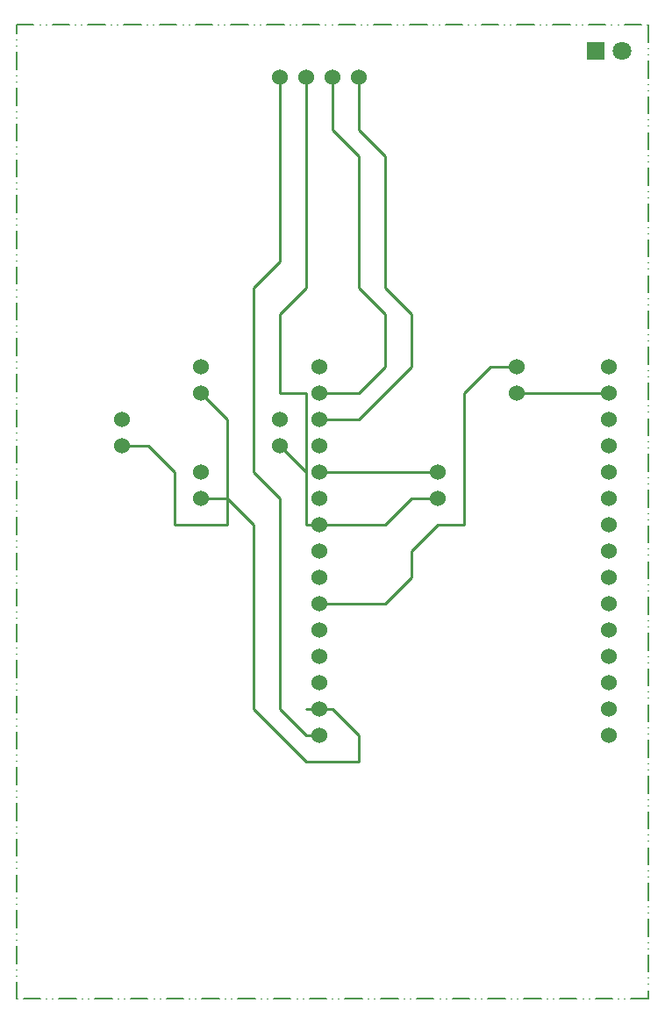
<source format=gbr>
%TF.GenerationSoftware,KiCad,Pcbnew,7.0.9+dfsg-1*%
%TF.CreationDate,2023-11-29T17:00:19+07:00*%
%TF.ProjectId,wifitools,77696669-746f-46f6-9c73-2e6b69636164,rev?*%
%TF.SameCoordinates,Original*%
%TF.FileFunction,Copper,L1,Top*%
%TF.FilePolarity,Positive*%
%FSLAX46Y46*%
G04 Gerber Fmt 4.6, Leading zero omitted, Abs format (unit mm)*
G04 Created by KiCad (PCBNEW 7.0.9+dfsg-1) date 2023-11-29 17:00:19*
%MOMM*%
%LPD*%
G01*
G04 APERTURE LIST*
%TA.AperFunction,NonConductor*%
%ADD10C,0.150000*%
%TD*%
%TA.AperFunction,ComponentPad*%
%ADD11C,1.524000*%
%TD*%
%TA.AperFunction,ComponentPad*%
%ADD12R,1.800000X1.800000*%
%TD*%
%TA.AperFunction,ComponentPad*%
%ADD13C,1.800000*%
%TD*%
%TA.AperFunction,Conductor*%
%ADD14C,0.250000*%
%TD*%
G04 APERTURE END LIST*
D10*
X111760000Y-53340000D02*
X113410000Y-53340000D01*
X114010000Y-53340000D02*
X114010000Y-53340000D01*
X114610000Y-53340000D02*
X114610000Y-53340000D01*
X115210000Y-53340000D02*
X116860000Y-53340000D01*
X117460000Y-53340000D02*
X117460000Y-53340000D01*
X118060000Y-53340000D02*
X118060000Y-53340000D01*
X118660000Y-53340000D02*
X120310000Y-53340000D01*
X120910000Y-53340000D02*
X120910000Y-53340000D01*
X121510000Y-53340000D02*
X121510000Y-53340000D01*
X122110000Y-53340000D02*
X123760000Y-53340000D01*
X124360000Y-53340000D02*
X124360000Y-53340000D01*
X124960000Y-53340000D02*
X124960000Y-53340000D01*
X125560000Y-53340000D02*
X127210000Y-53340000D01*
X127810000Y-53340000D02*
X127810000Y-53340000D01*
X128410000Y-53340000D02*
X128410000Y-53340000D01*
X129010000Y-53340000D02*
X130660000Y-53340000D01*
X131260000Y-53340000D02*
X131260000Y-53340000D01*
X131860000Y-53340000D02*
X131860000Y-53340000D01*
X132460000Y-53340000D02*
X134110000Y-53340000D01*
X134710000Y-53340000D02*
X134710000Y-53340000D01*
X135310000Y-53340000D02*
X135310000Y-53340000D01*
X135910000Y-53340000D02*
X137560000Y-53340000D01*
X138160000Y-53340000D02*
X138160000Y-53340000D01*
X138760000Y-53340000D02*
X138760000Y-53340000D01*
X139360000Y-53340000D02*
X141010000Y-53340000D01*
X141610000Y-53340000D02*
X141610000Y-53340000D01*
X142210000Y-53340000D02*
X142210000Y-53340000D01*
X142810000Y-53340000D02*
X144460000Y-53340000D01*
X145060000Y-53340000D02*
X145060000Y-53340000D01*
X145660000Y-53340000D02*
X145660000Y-53340000D01*
X146260000Y-53340000D02*
X147910000Y-53340000D01*
X148510000Y-53340000D02*
X148510000Y-53340000D01*
X149110000Y-53340000D02*
X149110000Y-53340000D01*
X149710000Y-53340000D02*
X151360000Y-53340000D01*
X151960000Y-53340000D02*
X151960000Y-53340000D01*
X152560000Y-53340000D02*
X152560000Y-53340000D01*
X153160000Y-53340000D02*
X154810000Y-53340000D01*
X155410000Y-53340000D02*
X155410000Y-53340000D01*
X156010000Y-53340000D02*
X156010000Y-53340000D01*
X156610000Y-53340000D02*
X158260000Y-53340000D01*
X158860000Y-53340000D02*
X158860000Y-53340000D01*
X159460000Y-53340000D02*
X159460000Y-53340000D01*
X160060000Y-53340000D02*
X161710000Y-53340000D01*
X162310000Y-53340000D02*
X162310000Y-53340000D01*
X162910000Y-53340000D02*
X162910000Y-53340000D01*
X163510000Y-53340000D02*
X165160000Y-53340000D01*
X165760000Y-53340000D02*
X165760000Y-53340000D01*
X166360000Y-53340000D02*
X166360000Y-53340000D01*
X166960000Y-53340000D02*
X168610000Y-53340000D01*
X169210000Y-53340000D02*
X169210000Y-53340000D01*
X169810000Y-53340000D02*
X169810000Y-53340000D01*
X170410000Y-53340000D02*
X172060000Y-53340000D01*
X172660000Y-53340000D02*
X172660000Y-53340000D01*
X172720000Y-53340000D02*
X172720000Y-54990000D01*
X172720000Y-55590000D02*
X172720000Y-55590000D01*
X172720000Y-56190000D02*
X172720000Y-56190000D01*
X172720000Y-56790000D02*
X172720000Y-58440000D01*
X172720000Y-59040000D02*
X172720000Y-59040000D01*
X172720000Y-59640000D02*
X172720000Y-59640000D01*
X172720000Y-60240000D02*
X172720000Y-61890000D01*
X172720000Y-62490000D02*
X172720000Y-62490000D01*
X172720000Y-63090000D02*
X172720000Y-63090000D01*
X172720000Y-63690000D02*
X172720000Y-65340000D01*
X172720000Y-65940000D02*
X172720000Y-65940000D01*
X172720000Y-66540000D02*
X172720000Y-66540000D01*
X172720000Y-67140000D02*
X172720000Y-68790000D01*
X172720000Y-69390000D02*
X172720000Y-69390000D01*
X172720000Y-69990000D02*
X172720000Y-69990000D01*
X172720000Y-70590000D02*
X172720000Y-72240000D01*
X172720000Y-72840000D02*
X172720000Y-72840000D01*
X172720000Y-73440000D02*
X172720000Y-73440000D01*
X172720000Y-74040000D02*
X172720000Y-75690000D01*
X172720000Y-76290000D02*
X172720000Y-76290000D01*
X172720000Y-76890000D02*
X172720000Y-76890000D01*
X172720000Y-77490000D02*
X172720000Y-79140000D01*
X172720000Y-79740000D02*
X172720000Y-79740000D01*
X172720000Y-80340000D02*
X172720000Y-80340000D01*
X172720000Y-80940000D02*
X172720000Y-82590000D01*
X172720000Y-83190000D02*
X172720000Y-83190000D01*
X172720000Y-83790000D02*
X172720000Y-83790000D01*
X172720000Y-84390000D02*
X172720000Y-86040000D01*
X172720000Y-86640000D02*
X172720000Y-86640000D01*
X172720000Y-87240000D02*
X172720000Y-87240000D01*
X172720000Y-87840000D02*
X172720000Y-89490000D01*
X172720000Y-90090000D02*
X172720000Y-90090000D01*
X172720000Y-90690000D02*
X172720000Y-90690000D01*
X172720000Y-91290000D02*
X172720000Y-92940000D01*
X172720000Y-93540000D02*
X172720000Y-93540000D01*
X172720000Y-94140000D02*
X172720000Y-94140000D01*
X172720000Y-94740000D02*
X172720000Y-96390000D01*
X172720000Y-96990000D02*
X172720000Y-96990000D01*
X172720000Y-97590000D02*
X172720000Y-97590000D01*
X172720000Y-98190000D02*
X172720000Y-99840000D01*
X172720000Y-100440000D02*
X172720000Y-100440000D01*
X172720000Y-101040000D02*
X172720000Y-101040000D01*
X172720000Y-101640000D02*
X172720000Y-103290000D01*
X172720000Y-103890000D02*
X172720000Y-103890000D01*
X172720000Y-104490000D02*
X172720000Y-104490000D01*
X172720000Y-105090000D02*
X172720000Y-106740000D01*
X172720000Y-107340000D02*
X172720000Y-107340000D01*
X172720000Y-107940000D02*
X172720000Y-107940000D01*
X172720000Y-108540000D02*
X172720000Y-110190000D01*
X172720000Y-110790000D02*
X172720000Y-110790000D01*
X172720000Y-111390000D02*
X172720000Y-111390000D01*
X172720000Y-111990000D02*
X172720000Y-113640000D01*
X172720000Y-114240000D02*
X172720000Y-114240000D01*
X172720000Y-114840000D02*
X172720000Y-114840000D01*
X172720000Y-115440000D02*
X172720000Y-117090000D01*
X172720000Y-117690000D02*
X172720000Y-117690000D01*
X172720000Y-118290000D02*
X172720000Y-118290000D01*
X172720000Y-118890000D02*
X172720000Y-120540000D01*
X172720000Y-121140000D02*
X172720000Y-121140000D01*
X172720000Y-121740000D02*
X172720000Y-121740000D01*
X172720000Y-122340000D02*
X172720000Y-123990000D01*
X172720000Y-124590000D02*
X172720000Y-124590000D01*
X172720000Y-125190000D02*
X172720000Y-125190000D01*
X172720000Y-125790000D02*
X172720000Y-127440000D01*
X172720000Y-128040000D02*
X172720000Y-128040000D01*
X172720000Y-128640000D02*
X172720000Y-128640000D01*
X172720000Y-129240000D02*
X172720000Y-130890000D01*
X172720000Y-131490000D02*
X172720000Y-131490000D01*
X172720000Y-132090000D02*
X172720000Y-132090000D01*
X172720000Y-132690000D02*
X172720000Y-134340000D01*
X172720000Y-134940000D02*
X172720000Y-134940000D01*
X172720000Y-135540000D02*
X172720000Y-135540000D01*
X172720000Y-136140000D02*
X172720000Y-137790000D01*
X172720000Y-138390000D02*
X172720000Y-138390000D01*
X172720000Y-138990000D02*
X172720000Y-138990000D01*
X172720000Y-139590000D02*
X172720000Y-141240000D01*
X172720000Y-141840000D02*
X172720000Y-141840000D01*
X172720000Y-142440000D02*
X172720000Y-142440000D01*
X172720000Y-143040000D02*
X172720000Y-144690000D01*
X172720000Y-145290000D02*
X172720000Y-145290000D01*
X172720000Y-145890000D02*
X172720000Y-145890000D01*
X172720000Y-146490000D02*
X172720000Y-147320000D01*
X172720000Y-147320000D02*
X171070000Y-147320000D01*
X170470000Y-147320000D02*
X170470000Y-147320000D01*
X169870000Y-147320000D02*
X169870000Y-147320000D01*
X169270000Y-147320000D02*
X167620000Y-147320000D01*
X167020000Y-147320000D02*
X167020000Y-147320000D01*
X166420000Y-147320000D02*
X166420000Y-147320000D01*
X165820000Y-147320000D02*
X164170000Y-147320000D01*
X163570000Y-147320000D02*
X163570000Y-147320000D01*
X162970000Y-147320000D02*
X162970000Y-147320000D01*
X162370000Y-147320000D02*
X160720000Y-147320000D01*
X160120000Y-147320000D02*
X160120000Y-147320000D01*
X159520000Y-147320000D02*
X159520000Y-147320000D01*
X158920000Y-147320000D02*
X157270000Y-147320000D01*
X156670000Y-147320000D02*
X156670000Y-147320000D01*
X156070000Y-147320000D02*
X156070000Y-147320000D01*
X155470000Y-147320000D02*
X153820000Y-147320000D01*
X153220000Y-147320000D02*
X153220000Y-147320000D01*
X152620000Y-147320000D02*
X152620000Y-147320000D01*
X152020000Y-147320000D02*
X150370000Y-147320000D01*
X149770000Y-147320000D02*
X149770000Y-147320000D01*
X149170000Y-147320000D02*
X149170000Y-147320000D01*
X148570000Y-147320000D02*
X146920000Y-147320000D01*
X146320000Y-147320000D02*
X146320000Y-147320000D01*
X145720000Y-147320000D02*
X145720000Y-147320000D01*
X145120000Y-147320000D02*
X143470000Y-147320000D01*
X142870000Y-147320000D02*
X142870000Y-147320000D01*
X142270000Y-147320000D02*
X142270000Y-147320000D01*
X141670000Y-147320000D02*
X140020000Y-147320000D01*
X139420000Y-147320000D02*
X139420000Y-147320000D01*
X138820000Y-147320000D02*
X138820000Y-147320000D01*
X138220000Y-147320000D02*
X136570000Y-147320000D01*
X135970000Y-147320000D02*
X135970000Y-147320000D01*
X135370000Y-147320000D02*
X135370000Y-147320000D01*
X134770000Y-147320000D02*
X133120000Y-147320000D01*
X132520000Y-147320000D02*
X132520000Y-147320000D01*
X131920000Y-147320000D02*
X131920000Y-147320000D01*
X131320000Y-147320000D02*
X129670000Y-147320000D01*
X129070000Y-147320000D02*
X129070000Y-147320000D01*
X128470000Y-147320000D02*
X128470000Y-147320000D01*
X127870000Y-147320000D02*
X126220000Y-147320000D01*
X125620000Y-147320000D02*
X125620000Y-147320000D01*
X125020000Y-147320000D02*
X125020000Y-147320000D01*
X124420000Y-147320000D02*
X122770000Y-147320000D01*
X122170000Y-147320000D02*
X122170000Y-147320000D01*
X121570000Y-147320000D02*
X121570000Y-147320000D01*
X120970000Y-147320000D02*
X119320000Y-147320000D01*
X118720000Y-147320000D02*
X118720000Y-147320000D01*
X118120000Y-147320000D02*
X118120000Y-147320000D01*
X117520000Y-147320000D02*
X115870000Y-147320000D01*
X115270000Y-147320000D02*
X115270000Y-147320000D01*
X114670000Y-147320000D02*
X114670000Y-147320000D01*
X114070000Y-147320000D02*
X112420000Y-147320000D01*
X111820000Y-147320000D02*
X111820000Y-147320000D01*
X111760000Y-147320000D02*
X111760000Y-145670000D01*
X111760000Y-145070000D02*
X111760000Y-145070000D01*
X111760000Y-144470000D02*
X111760000Y-144470000D01*
X111760000Y-143870000D02*
X111760000Y-142220000D01*
X111760000Y-141620000D02*
X111760000Y-141620000D01*
X111760000Y-141020000D02*
X111760000Y-141020000D01*
X111760000Y-140420000D02*
X111760000Y-138770000D01*
X111760000Y-138170000D02*
X111760000Y-138170000D01*
X111760000Y-137570000D02*
X111760000Y-137570000D01*
X111760000Y-136970000D02*
X111760000Y-135320000D01*
X111760000Y-134720000D02*
X111760000Y-134720000D01*
X111760000Y-134120000D02*
X111760000Y-134120000D01*
X111760000Y-133520000D02*
X111760000Y-131870000D01*
X111760000Y-131270000D02*
X111760000Y-131270000D01*
X111760000Y-130670000D02*
X111760000Y-130670000D01*
X111760000Y-130070000D02*
X111760000Y-128420000D01*
X111760000Y-127820000D02*
X111760000Y-127820000D01*
X111760000Y-127220000D02*
X111760000Y-127220000D01*
X111760000Y-126620000D02*
X111760000Y-124970000D01*
X111760000Y-124370000D02*
X111760000Y-124370000D01*
X111760000Y-123770000D02*
X111760000Y-123770000D01*
X111760000Y-123170000D02*
X111760000Y-121520000D01*
X111760000Y-120920000D02*
X111760000Y-120920000D01*
X111760000Y-120320000D02*
X111760000Y-120320000D01*
X111760000Y-119720000D02*
X111760000Y-118070000D01*
X111760000Y-117470000D02*
X111760000Y-117470000D01*
X111760000Y-116870000D02*
X111760000Y-116870000D01*
X111760000Y-116270000D02*
X111760000Y-114620000D01*
X111760000Y-114020000D02*
X111760000Y-114020000D01*
X111760000Y-113420000D02*
X111760000Y-113420000D01*
X111760000Y-112820000D02*
X111760000Y-111170000D01*
X111760000Y-110570000D02*
X111760000Y-110570000D01*
X111760000Y-109970000D02*
X111760000Y-109970000D01*
X111760000Y-109370000D02*
X111760000Y-107720000D01*
X111760000Y-107120000D02*
X111760000Y-107120000D01*
X111760000Y-106520000D02*
X111760000Y-106520000D01*
X111760000Y-105920000D02*
X111760000Y-104270000D01*
X111760000Y-103670000D02*
X111760000Y-103670000D01*
X111760000Y-103070000D02*
X111760000Y-103070000D01*
X111760000Y-102470000D02*
X111760000Y-100820000D01*
X111760000Y-100220000D02*
X111760000Y-100220000D01*
X111760000Y-99620000D02*
X111760000Y-99620000D01*
X111760000Y-99020000D02*
X111760000Y-97370000D01*
X111760000Y-96770000D02*
X111760000Y-96770000D01*
X111760000Y-96170000D02*
X111760000Y-96170000D01*
X111760000Y-95570000D02*
X111760000Y-93920000D01*
X111760000Y-93320000D02*
X111760000Y-93320000D01*
X111760000Y-92720000D02*
X111760000Y-92720000D01*
X111760000Y-92120000D02*
X111760000Y-90470000D01*
X111760000Y-89870000D02*
X111760000Y-89870000D01*
X111760000Y-89270000D02*
X111760000Y-89270000D01*
X111760000Y-88670000D02*
X111760000Y-87020000D01*
X111760000Y-86420000D02*
X111760000Y-86420000D01*
X111760000Y-85820000D02*
X111760000Y-85820000D01*
X111760000Y-85220000D02*
X111760000Y-83570000D01*
X111760000Y-82970000D02*
X111760000Y-82970000D01*
X111760000Y-82370000D02*
X111760000Y-82370000D01*
X111760000Y-81770000D02*
X111760000Y-80120000D01*
X111760000Y-79520000D02*
X111760000Y-79520000D01*
X111760000Y-78920000D02*
X111760000Y-78920000D01*
X111760000Y-78320000D02*
X111760000Y-76670000D01*
X111760000Y-76070000D02*
X111760000Y-76070000D01*
X111760000Y-75470000D02*
X111760000Y-75470000D01*
X111760000Y-74870000D02*
X111760000Y-73220000D01*
X111760000Y-72620000D02*
X111760000Y-72620000D01*
X111760000Y-72020000D02*
X111760000Y-72020000D01*
X111760000Y-71420000D02*
X111760000Y-69770000D01*
X111760000Y-69170000D02*
X111760000Y-69170000D01*
X111760000Y-68570000D02*
X111760000Y-68570000D01*
X111760000Y-67970000D02*
X111760000Y-66320000D01*
X111760000Y-65720000D02*
X111760000Y-65720000D01*
X111760000Y-65120000D02*
X111760000Y-65120000D01*
X111760000Y-64520000D02*
X111760000Y-62870000D01*
X111760000Y-62270000D02*
X111760000Y-62270000D01*
X111760000Y-61670000D02*
X111760000Y-61670000D01*
X111760000Y-61070000D02*
X111760000Y-59420000D01*
X111760000Y-58820000D02*
X111760000Y-58820000D01*
X111760000Y-58220000D02*
X111760000Y-58220000D01*
X111760000Y-57620000D02*
X111760000Y-55970000D01*
X111760000Y-55370000D02*
X111760000Y-55370000D01*
X111760000Y-54770000D02*
X111760000Y-54770000D01*
X111760000Y-54170000D02*
X111760000Y-53340000D01*
D11*
%TO.P,Display ,1*%
%TO.N,N/C*%
X137160000Y-58420000D03*
%TO.P,Display ,2*%
X139700000Y-58420000D03*
%TO.P,Display ,3*%
X142240000Y-58420000D03*
%TO.P,Display ,4*%
X144780000Y-58420000D03*
%TD*%
%TO.P,A,1*%
%TO.N,N/C*%
X160020000Y-86360000D03*
%TO.P,A,2*%
X160020000Y-88900000D03*
%TD*%
D12*
%TO.P,Senter,1*%
%TO.N,N/C*%
X167640000Y-55880000D03*
D13*
%TO.P,Senter,2*%
X170180000Y-55880000D03*
%TD*%
D11*
%TO.P,RIGHT,1*%
%TO.N,N/C*%
X137160000Y-91440000D03*
%TO.P,RIGHT,2*%
X137160000Y-93980000D03*
%TD*%
%TO.P,LEFT,1*%
%TO.N,N/C*%
X121920000Y-91440000D03*
%TO.P,LEFT,2*%
X121920000Y-93980000D03*
%TD*%
%TO.P,DOWN,1*%
%TO.N,N/C*%
X129540000Y-96520000D03*
%TO.P,DOWN,2*%
X129540000Y-99060000D03*
%TD*%
%TO.P,UP,1*%
%TO.N,N/C*%
X129540000Y-86360000D03*
%TO.P,UP,2*%
X129540000Y-88900000D03*
%TD*%
%TO.P,B,1*%
%TO.N,N/C*%
X152400000Y-96520000D03*
%TO.P,B,2*%
X152400000Y-99060000D03*
%TD*%
%TO.P,,1*%
%TO.N,N/C*%
X168910000Y-86360000D03*
%TO.P,,2*%
X168910000Y-88900000D03*
%TO.P,,3*%
X168910000Y-91440000D03*
%TO.P,,4*%
X168910000Y-93980000D03*
%TO.P,,5*%
X168910000Y-96520000D03*
%TO.P,,6*%
X168910000Y-99060000D03*
%TO.P,,7*%
X168910000Y-101600000D03*
%TO.P,,8*%
X168910000Y-104140000D03*
%TO.P,,9*%
X168910000Y-106680000D03*
%TO.P,,10*%
X168910000Y-109220000D03*
%TO.P,,11*%
X168910000Y-111760000D03*
%TO.P,,12*%
X168910000Y-114300000D03*
%TO.P,,13*%
X168910000Y-116840000D03*
%TO.P,,14*%
X168910000Y-119380000D03*
%TO.P,,15*%
X168910000Y-121920000D03*
%TO.P,,16*%
X140970000Y-121920000D03*
%TO.P,,17*%
X140970000Y-119380000D03*
%TO.P,,18*%
X140970000Y-116840000D03*
%TO.P,,19*%
X140970000Y-114300000D03*
%TO.P,,20*%
X140970000Y-111760000D03*
%TO.P,,21*%
X140970000Y-109220000D03*
%TO.P,,22*%
X140970000Y-106680000D03*
%TO.P,,23*%
X140970000Y-104140000D03*
%TO.P,,24*%
X140970000Y-101600000D03*
%TO.P,,25*%
X140970000Y-99060000D03*
%TO.P,,26*%
X140970000Y-96520000D03*
%TO.P,,27*%
X140970000Y-93980000D03*
%TO.P,,28*%
X140970000Y-91440000D03*
%TO.P,,29*%
X140970000Y-88900000D03*
%TO.P,,30*%
X140970000Y-86360000D03*
%TD*%
D14*
%TO.N,*%
X140970000Y-101600000D02*
X147320000Y-101600000D01*
X124460000Y-93980000D02*
X121920000Y-93980000D01*
X147320000Y-109220000D02*
X149860000Y-106680000D01*
X149860000Y-104140000D02*
X152400000Y-101600000D01*
X132080000Y-99060000D02*
X129540000Y-99060000D01*
X149860000Y-99060000D02*
X152400000Y-99060000D01*
X149860000Y-86360000D02*
X144780000Y-91440000D01*
X140970000Y-119380000D02*
X139700000Y-119380000D01*
X139700000Y-78740000D02*
X137160000Y-81280000D01*
X140970000Y-121920000D02*
X139700000Y-121920000D01*
X144780000Y-91440000D02*
X140970000Y-91440000D01*
X149860000Y-81280000D02*
X149860000Y-86360000D01*
X132080000Y-99060000D02*
X132080000Y-91440000D01*
X139700000Y-96520000D02*
X137160000Y-93980000D01*
X144780000Y-58420000D02*
X144780000Y-63500000D01*
X154940000Y-88900000D02*
X157480000Y-86360000D01*
X132080000Y-101600000D02*
X127000000Y-101600000D01*
X140970000Y-109220000D02*
X147320000Y-109220000D01*
X147320000Y-101600000D02*
X149860000Y-99060000D01*
X142240000Y-119380000D02*
X144780000Y-121920000D01*
X127000000Y-96520000D02*
X124460000Y-93980000D01*
X139700000Y-101600000D02*
X140970000Y-101600000D01*
X144780000Y-124460000D02*
X139700000Y-124460000D01*
X139700000Y-121920000D02*
X137160000Y-119380000D01*
X144780000Y-66040000D02*
X144780000Y-78740000D01*
X132080000Y-91440000D02*
X129540000Y-88900000D01*
X132080000Y-99060000D02*
X132080000Y-101600000D01*
X134620000Y-96520000D02*
X134620000Y-78740000D01*
X147320000Y-66040000D02*
X147320000Y-78740000D01*
X144780000Y-88900000D02*
X140970000Y-88900000D01*
X168910000Y-88900000D02*
X160020000Y-88900000D01*
X157480000Y-86360000D02*
X160020000Y-86360000D01*
X137160000Y-99060000D02*
X134620000Y-96520000D01*
X144780000Y-63500000D02*
X147320000Y-66040000D01*
X144780000Y-78740000D02*
X147320000Y-81280000D01*
X152400000Y-101600000D02*
X154940000Y-101600000D01*
X147320000Y-81280000D02*
X147320000Y-86360000D01*
X147320000Y-86360000D02*
X144780000Y-88900000D01*
X134620000Y-78740000D02*
X137160000Y-76200000D01*
X134620000Y-119380000D02*
X134620000Y-101600000D01*
X137160000Y-88900000D02*
X139700000Y-88900000D01*
X142240000Y-58420000D02*
X142240000Y-63500000D01*
X142240000Y-63500000D02*
X144780000Y-66040000D01*
X147320000Y-78740000D02*
X149860000Y-81280000D01*
X140970000Y-96520000D02*
X152400000Y-96520000D01*
X149860000Y-106680000D02*
X149860000Y-104140000D01*
X137160000Y-81280000D02*
X137160000Y-88900000D01*
X144780000Y-121920000D02*
X144780000Y-124460000D01*
X154940000Y-101600000D02*
X154940000Y-88900000D01*
X137160000Y-76200000D02*
X137160000Y-58420000D01*
X139700000Y-96520000D02*
X139700000Y-101600000D01*
X139700000Y-58420000D02*
X139700000Y-78740000D01*
X140970000Y-119380000D02*
X142240000Y-119380000D01*
X139700000Y-124460000D02*
X134620000Y-119380000D01*
X134620000Y-101600000D02*
X132080000Y-99060000D01*
X139700000Y-88900000D02*
X139700000Y-96520000D01*
X127000000Y-101600000D02*
X127000000Y-96520000D01*
X137160000Y-119380000D02*
X137160000Y-99060000D01*
%TD*%
M02*

</source>
